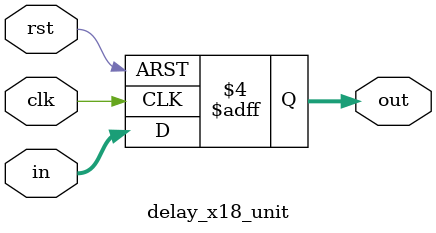
<source format=v>
module delay_x18_unit(clk, rst, in, out);
input	clk, rst;
input	signed [17:0] in;
output reg signed [17:0] out;
initial begin
out <= 0;
end
always @ (posedge clk or negedge rst) begin
if(!rst)
  out <= 0;
else
  out <= in;
end
endmodule
</source>
